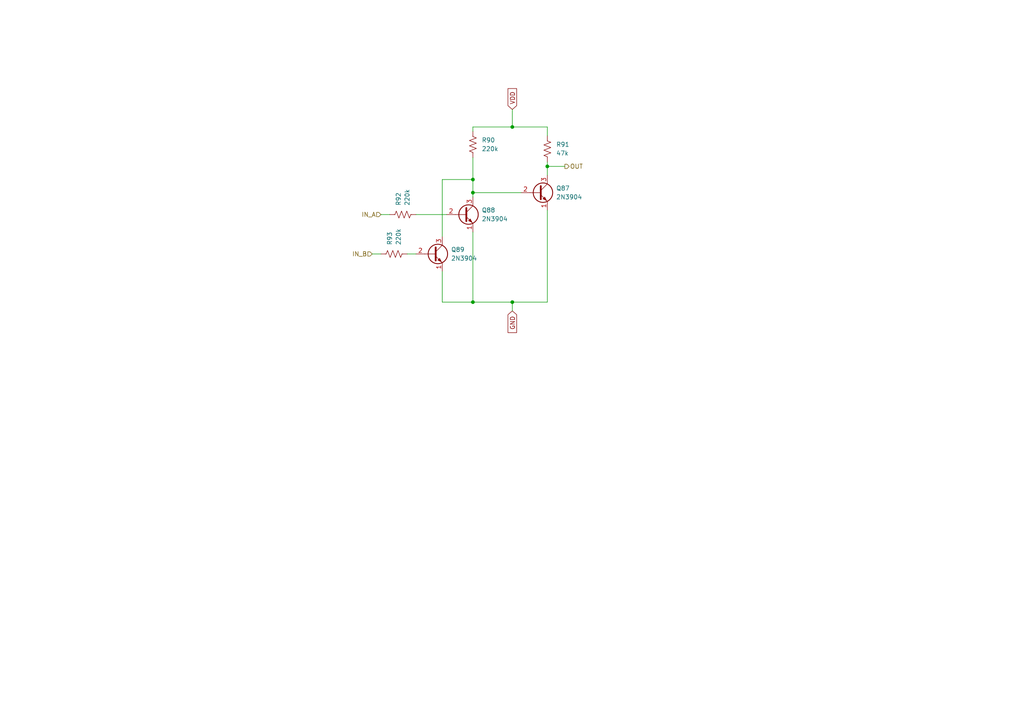
<source format=kicad_sch>
(kicad_sch (version 20250114) (generator "eeschema") (generator_version "9.0")
  (paper "A4")
  (lib_symbols
    (symbol "Device:R_US" (pin_numbers (hide yes)) (pin_names (offset 0))
      (property "Reference" "R" (at 2.54 0 90))
      (property "Value" "R_US" (at -2.54 0 90))
      (symbol "R_US_0_1"
        (polyline (pts (xy 0 2.286) (xy 0 2.54)))
        (polyline (pts (xy 0 2.286) (xy 1.016 1.905) (xy 0 1.524) (xy -1.016 1.143) (xy 0 0.762)))
        (polyline (pts (xy 0 0.762) (xy 1.016 0.381) (xy 0 0) (xy -1.016 -0.381) (xy 0 -0.762)))
        (polyline (pts (xy 0 -0.762) (xy 1.016 -1.143) (xy 0 -1.524) (xy -1.016 -1.905) (xy 0 -2.286)))
        (polyline (pts (xy 0 -2.286) (xy 0 -2.54)))
      )
      (symbol "R_US_1_1"
        (pin passive line (at 0 3.81 270) (length 1.27) (name "~") (number "1"))
        (pin passive line (at 0 -3.81 90) (length 1.27) (name "~") (number "2"))
      )
    )
    (symbol "Transistor_BJT:2N3904" (pin_names (offset 0) (hide yes))
      (property "Reference" "Q" (at 5.08 1.905 0))
      (property "Value" "2N3904" (at 5.08 0 0))
      (symbol "2N3904_0_1"
        (polyline (pts (xy -2.54 0) (xy 0.635 0)))
        (polyline (pts (xy 0.635 1.905) (xy 0.635 -1.905)) (stroke (width 0.508)))
        (circle (center 1.27 0) (radius 2.8194) (stroke (width 0.254)))
      )
      (symbol "2N3904_1_1"
        (polyline (pts (xy 0.635 0.635) (xy 2.54 2.54)))
        (polyline (pts (xy 0.635 -0.635) (xy 2.54 -2.54)))
        (polyline (pts (xy 1.27 -1.778) (xy 1.778 -1.27) (xy 2.286 -2.286) (xy 1.27 -1.778)) (fill (type outline)))
        (pin input line (at -5.08 0 0) (length 2.54) (name "B") (number "2"))
        (pin passive line (at 2.54 5.08 270) (length 2.54) (name "C") (number "3"))
        (pin passive line (at 2.54 -5.08 90) (length 2.54) (name "E") (number "1"))
      )
    )
  )
  (junction (at 137.16 55.88))
  (junction (at 137.16 87.63))
  (junction (at 137.16 52.07))
  (junction (at 148.59 36.83))
  (junction (at 148.59 87.63))
  (junction (at 158.75 48.26))
  (wire (pts (xy 120.65 62.23) (xy 129.54 62.23)))
  (wire (pts (xy 107.95 73.66) (xy 110.49 73.66)))
  (wire (pts (xy 128.27 87.63) (xy 137.16 87.63)))
  (wire (pts (xy 137.16 87.63) (xy 148.59 87.63)))
  (wire (pts (xy 137.16 67.31) (xy 137.16 87.63)))
  (wire (pts (xy 118.11 73.66) (xy 120.65 73.66)))
  (wire (pts (xy 158.75 48.26) (xy 163.83 48.26)))
  (wire (pts (xy 128.27 68.58) (xy 128.27 52.07)))
  (wire (pts (xy 110.49 62.23) (xy 113.03 62.23)))
  (wire (pts (xy 137.16 55.88) (xy 151.13 55.88)))
  (wire (pts (xy 148.59 36.83) (xy 158.75 36.83)))
  (wire (pts (xy 148.59 31.75) (xy 148.59 36.83)))
  (wire (pts (xy 158.75 48.26) (xy 158.75 50.8)))
  (wire (pts (xy 158.75 46.99) (xy 158.75 48.26)))
  (wire (pts (xy 128.27 78.74) (xy 128.27 87.63)))
  (wire (pts (xy 137.16 38.1) (xy 137.16 36.83)))
  (wire (pts (xy 137.16 36.83) (xy 148.59 36.83)))
  (wire (pts (xy 128.27 52.07) (xy 137.16 52.07)))
  (wire (pts (xy 148.59 87.63) (xy 148.59 90.17)))
  (wire (pts (xy 158.75 87.63) (xy 158.75 60.96)))
  (wire (pts (xy 158.75 36.83) (xy 158.75 39.37)))
  (wire (pts (xy 137.16 45.72) (xy 137.16 52.07)))
  (wire (pts (xy 137.16 55.88) (xy 137.16 57.15)))
  (wire (pts (xy 137.16 52.07) (xy 137.16 55.88)))
  (wire (pts (xy 148.59 87.63) (xy 158.75 87.63)))
  (global_label "VDD" (shape input) (at 148.59 31.75 90) (property "Intersheetrefs" "${INTERSHEET_REFS}" (effects (hide yes))))
  (global_label "GND" (shape input) (at 148.59 90.17 270) (property "Intersheetrefs" "${INTERSHEET_REFS}" (effects (hide yes))))
  (hierarchical_label "IN_A" (shape input) (at 110.49 62.23 180))
  (hierarchical_label "IN_B" (shape input) (at 107.95 73.66 180))
  (hierarchical_label "OUT" (shape output) (at 163.83 48.26 0))
  (symbol (lib_id "Transistor_BJT:2N3904") (at 134.62 62.23 0) (unit 1)
    (property "Reference" "Q88" (at 139.7 60.9599 0) (effects (justify left)))
    (property "Value" "2N3904" (at 139.7 63.4999 0) (effects (justify left)))
    (property "Footprint" "Package_TO_SOT_THT:TO-92_Inline" (effects (hide yes)))
    (property "Datasheet" "https://www.onsemi.com/pub/Collateral/2N3903-D.PDF" (effects (hide yes)))
    (property "Description" "0.2A Ic, 40V Vce, Small Signal NPN Transistor, TO-92" (effects (hide yes)))
    (property "Sim.Library" "2N3904_model.txt" (effects (hide yes)))
    (property "Sim.Name" "2N3904" (effects (hide yes)))
    (property "Sim.Device" "NPN" (effects (hide yes)))
    (property "Sim.Type" "GUMMELPOON" (effects (hide yes)))
    (property "Sim.Pins" "1=E 2=B 3=C" (effects (hide yes)))
    (instances (project "ICD24_FA" (path "" (reference "Q88") (unit 1)) (path "" (reference "Q499") (unit 1)) (path "" (reference "Q423") (unit 1)) (path "" (reference "Q461") (unit 1)) (path "" (reference "Q442") (unit 1)) (path "" (reference "Q480") (unit 1)) (path "" (reference "Q518") (unit 1)) (path "" (reference "Q537") (unit 1)) (path "" (reference "Q556") (unit 1)) (path "" (reference "Q116") (unit 1)) (path "" (reference "Q4") (unit 1)) (path "" (reference "Q575") (unit 1)) (path "" (reference "Q195") (unit 1)) (path "" (reference "Q119") (unit 1)) (path "" (reference "Q157") (unit 1)) (path "" (reference "Q138") (unit 1)) (path "" (reference "Q176") (unit 1)) (path "" (reference "Q214") (unit 1)) (path "" (reference "Q233") (unit 1)) (path "" (reference "Q252") (unit 1)) (path "" (reference "Q385") (unit 1)) (path "" (reference "Q347") (unit 1)) (path "" (reference "Q366") (unit 1)) (path "" (reference "Q309") (unit 1)) (path "" (reference "Q328") (unit 1)) (path "" (reference "Q404") (unit 1)) (path "" (reference "Q271") (unit 1)) (path "" (reference "Q290") (unit 1))))
  )
  (symbol (lib_id "Device:R_US") (at 137.16 41.91 0) (unit 1)
    (property "Reference" "R90" (at 139.7 40.6399 0) (effects (justify left)))
    (property "Value" "220k" (at 139.7 43.1799 0) (effects (justify left)))
    (property "Footprint" "Resistor_THT:R_Axial_DIN0309_L9.0mm_D3.2mm_P15.24mm_Horizontal" (effects (hide yes)))
    (property "Description" "Resistor, US symbol" (effects (hide yes)))
    (instances (project "ICD24_FA" (path "" (reference "R90") (unit 1)) (path "" (reference "R723") (unit 1)) (path "" (reference "R611") (unit 1)) (path "" (reference "R667") (unit 1)) (path "" (reference "R639") (unit 1)) (path "" (reference "R695") (unit 1)) (path "" (reference "R751") (unit 1)) (path "" (reference "R779") (unit 1)) (path "" (reference "R807") (unit 1)) (path "" (reference "R133") (unit 1)) (path "" (reference "R2") (unit 1)) (path "" (reference "R835") (unit 1)) (path "" (reference "R275") (unit 1)) (path "" (reference "R163") (unit 1)) (path "" (reference "R219") (unit 1)) (path "" (reference "R191") (unit 1)) (path "" (reference "R247") (unit 1)) (path "" (reference "R303") (unit 1)) (path "" (reference "R331") (unit 1)) (path "" (reference "R359") (unit 1)) (path "" (reference "R555") (unit 1)) (path "" (reference "R499") (unit 1)) (path "" (reference "R527") (unit 1)) (path "" (reference "R443") (unit 1)) (path "" (reference "R471") (unit 1)) (path "" (reference "R583") (unit 1)) (path "" (reference "R387") (unit 1)) (path "" (reference "R415") (unit 1))))
  )
  (symbol (lib_id "Transistor_BJT:2N3904") (at 125.73 73.66 0) (unit 1)
    (property "Reference" "Q89" (at 130.81 72.3899 0) (effects (justify left)))
    (property "Value" "2N3904" (at 130.81 74.9299 0) (effects (justify left)))
    (property "Footprint" "Package_TO_SOT_THT:TO-92_Inline" (effects (hide yes)))
    (property "Datasheet" "https://www.onsemi.com/pub/Collateral/2N3903-D.PDF" (effects (hide yes)))
    (property "Description" "0.2A Ic, 40V Vce, Small Signal NPN Transistor, TO-92" (effects (hide yes)))
    (property "Sim.Library" "2N3904_model.txt" (effects (hide yes)))
    (property "Sim.Name" "2N3904" (effects (hide yes)))
    (property "Sim.Device" "NPN" (effects (hide yes)))
    (property "Sim.Type" "GUMMELPOON" (effects (hide yes)))
    (property "Sim.Pins" "1=E 2=B 3=C" (effects (hide yes)))
    (instances (project "ICD24_FA" (path "" (reference "Q89") (unit 1)) (path "" (reference "Q500") (unit 1)) (path "" (reference "Q424") (unit 1)) (path "" (reference "Q462") (unit 1)) (path "" (reference "Q443") (unit 1)) (path "" (reference "Q481") (unit 1)) (path "" (reference "Q519") (unit 1)) (path "" (reference "Q538") (unit 1)) (path "" (reference "Q557") (unit 1)) (path "" (reference "Q117") (unit 1)) (path "" (reference "Q2") (unit 1)) (path "" (reference "Q576") (unit 1)) (path "" (reference "Q196") (unit 1)) (path "" (reference "Q120") (unit 1)) (path "" (reference "Q158") (unit 1)) (path "" (reference "Q139") (unit 1)) (path "" (reference "Q177") (unit 1)) (path "" (reference "Q215") (unit 1)) (path "" (reference "Q234") (unit 1)) (path "" (reference "Q253") (unit 1)) (path "" (reference "Q386") (unit 1)) (path "" (reference "Q348") (unit 1)) (path "" (reference "Q367") (unit 1)) (path "" (reference "Q310") (unit 1)) (path "" (reference "Q329") (unit 1)) (path "" (reference "Q405") (unit 1)) (path "" (reference "Q272") (unit 1)) (path "" (reference "Q291") (unit 1))))
  )
  (symbol (lib_id "Transistor_BJT:2N3904") (at 156.21 55.88 0) (unit 1)
    (property "Reference" "Q87" (at 161.29 54.6099 0) (effects (justify left)))
    (property "Value" "2N3904" (at 161.29 57.1499 0) (effects (justify left)))
    (property "Footprint" "Package_TO_SOT_THT:TO-92_Inline" (effects (hide yes)))
    (property "Datasheet" "https://www.onsemi.com/pub/Collateral/2N3903-D.PDF" (effects (hide yes)))
    (property "Description" "0.2A Ic, 40V Vce, Small Signal NPN Transistor, TO-92" (effects (hide yes)))
    (property "Sim.Library" "2N3904_model.txt" (effects (hide yes)))
    (property "Sim.Name" "2N3904" (effects (hide yes)))
    (property "Sim.Device" "NPN" (effects (hide yes)))
    (property "Sim.Type" "GUMMELPOON" (effects (hide yes)))
    (property "Sim.Pins" "1=E 2=B 3=C" (effects (hide yes)))
    (instances (project "ICD24_FA" (path "" (reference "Q87") (unit 1)) (path "" (reference "Q498") (unit 1)) (path "" (reference "Q422") (unit 1)) (path "" (reference "Q460") (unit 1)) (path "" (reference "Q441") (unit 1)) (path "" (reference "Q479") (unit 1)) (path "" (reference "Q517") (unit 1)) (path "" (reference "Q536") (unit 1)) (path "" (reference "Q555") (unit 1)) (path "" (reference "Q115") (unit 1)) (path "" (reference "Q3") (unit 1)) (path "" (reference "Q574") (unit 1)) (path "" (reference "Q194") (unit 1)) (path "" (reference "Q118") (unit 1)) (path "" (reference "Q156") (unit 1)) (path "" (reference "Q137") (unit 1)) (path "" (reference "Q175") (unit 1)) (path "" (reference "Q213") (unit 1)) (path "" (reference "Q232") (unit 1)) (path "" (reference "Q251") (unit 1)) (path "" (reference "Q384") (unit 1)) (path "" (reference "Q346") (unit 1)) (path "" (reference "Q365") (unit 1)) (path "" (reference "Q308") (unit 1)) (path "" (reference "Q327") (unit 1)) (path "" (reference "Q403") (unit 1)) (path "" (reference "Q270") (unit 1)) (path "" (reference "Q289") (unit 1))))
  )
  (symbol (lib_id "Device:R_US") (at 116.84 62.23 90) (unit 1)
    (property "Reference" "R92" (at 115.5699 59.69 0) (effects (justify left)))
    (property "Value" "220k" (at 118.1099 59.69 0) (effects (justify left)))
    (property "Footprint" "Resistor_THT:R_Axial_DIN0309_L9.0mm_D3.2mm_P15.24mm_Horizontal" (effects (hide yes)))
    (property "Description" "Resistor, US symbol" (effects (hide yes)))
    (instances (project "ICD24_FA" (path "" (reference "R92") (unit 1)) (path "" (reference "R725") (unit 1)) (path "" (reference "R613") (unit 1)) (path "" (reference "R669") (unit 1)) (path "" (reference "R641") (unit 1)) (path "" (reference "R697") (unit 1)) (path "" (reference "R753") (unit 1)) (path "" (reference "R781") (unit 1)) (path "" (reference "R809") (unit 1)) (path "" (reference "R135") (unit 1)) (path "" (reference "R10") (unit 1)) (path "" (reference "R837") (unit 1)) (path "" (reference "R277") (unit 1)) (path "" (reference "R165") (unit 1)) (path "" (reference "R221") (unit 1)) (path "" (reference "R193") (unit 1)) (path "" (reference "R249") (unit 1)) (path "" (reference "R305") (unit 1)) (path "" (reference "R333") (unit 1)) (path "" (reference "R361") (unit 1)) (path "" (reference "R557") (unit 1)) (path "" (reference "R501") (unit 1)) (path "" (reference "R529") (unit 1)) (path "" (reference "R445") (unit 1)) (path "" (reference "R473") (unit 1)) (path "" (reference "R585") (unit 1)) (path "" (reference "R389") (unit 1)) (path "" (reference "R417") (unit 1))))
  )
  (symbol (lib_id "Device:R_US") (at 158.75 43.18 0) (unit 1)
    (property "Reference" "R91" (at 161.29 41.9099 0) (effects (justify left)))
    (property "Value" "47k" (at 161.29 44.4499 0) (effects (justify left)))
    (property "Footprint" "Resistor_THT:R_Axial_DIN0309_L9.0mm_D3.2mm_P15.24mm_Horizontal" (effects (hide yes)))
    (property "Description" "Resistor, US symbol" (effects (hide yes)))
    (instances (project "ICD24_FA" (path "" (reference "R91") (unit 1)) (path "" (reference "R724") (unit 1)) (path "" (reference "R612") (unit 1)) (path "" (reference "R668") (unit 1)) (path "" (reference "R640") (unit 1)) (path "" (reference "R696") (unit 1)) (path "" (reference "R752") (unit 1)) (path "" (reference "R780") (unit 1)) (path "" (reference "R808") (unit 1)) (path "" (reference "R134") (unit 1)) (path "" (reference "R1") (unit 1)) (path "" (reference "R836") (unit 1)) (path "" (reference "R276") (unit 1)) (path "" (reference "R164") (unit 1)) (path "" (reference "R220") (unit 1)) (path "" (reference "R192") (unit 1)) (path "" (reference "R248") (unit 1)) (path "" (reference "R304") (unit 1)) (path "" (reference "R332") (unit 1)) (path "" (reference "R360") (unit 1)) (path "" (reference "R556") (unit 1)) (path "" (reference "R500") (unit 1)) (path "" (reference "R528") (unit 1)) (path "" (reference "R444") (unit 1)) (path "" (reference "R472") (unit 1)) (path "" (reference "R584") (unit 1)) (path "" (reference "R388") (unit 1)) (path "" (reference "R416") (unit 1))))
  )
  (symbol (lib_id "Device:R_US") (at 114.3 73.66 90) (unit 1)
    (property "Reference" "R93" (at 113.0299 71.12 0) (effects (justify left)))
    (property "Value" "220k" (at 115.5699 71.12 0) (effects (justify left)))
    (property "Footprint" "Resistor_THT:R_Axial_DIN0309_L9.0mm_D3.2mm_P15.24mm_Horizontal" (effects (hide yes)))
    (property "Description" "Resistor, US symbol" (effects (hide yes)))
    (instances (project "ICD24_FA" (path "" (reference "R93") (unit 1)) (path "" (reference "R726") (unit 1)) (path "" (reference "R614") (unit 1)) (path "" (reference "R670") (unit 1)) (path "" (reference "R642") (unit 1)) (path "" (reference "R698") (unit 1)) (path "" (reference "R754") (unit 1)) (path "" (reference "R782") (unit 1)) (path "" (reference "R810") (unit 1)) (path "" (reference "R136") (unit 1)) (path "" (reference "R9") (unit 1)) (path "" (reference "R838") (unit 1)) (path "" (reference "R278") (unit 1)) (path "" (reference "R166") (unit 1)) (path "" (reference "R222") (unit 1)) (path "" (reference "R194") (unit 1)) (path "" (reference "R250") (unit 1)) (path "" (reference "R306") (unit 1)) (path "" (reference "R334") (unit 1)) (path "" (reference "R362") (unit 1)) (path "" (reference "R558") (unit 1)) (path "" (reference "R502") (unit 1)) (path "" (reference "R530") (unit 1)) (path "" (reference "R446") (unit 1)) (path "" (reference "R474") (unit 1)) (path "" (reference "R586") (unit 1)) (path "" (reference "R390") (unit 1)) (path "" (reference "R418") (unit 1))))
  )
)
</source>
